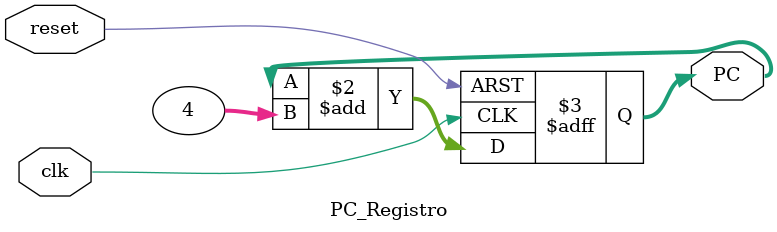
<source format=v>
module PC_Registro (
    input wire clk,
    input wire reset,
    output reg [31:0] PC
);
    always @(posedge clk or posedge reset) begin
        if (reset)
            PC <= 0;
        else
            PC <= PC + 4;
    end
endmodule
</source>
